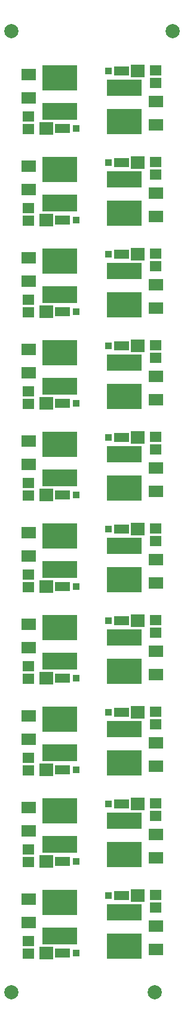
<source format=gbr>
G04 start of page 6 for group -4063 idx -4063 *
G04 Title: (unknown), componentmask *
G04 Creator: pcb 4.0.2 *
G04 CreationDate: Fri Feb  3 04:46:59 2023 UTC *
G04 For: ndholmes *
G04 Format: Gerber/RS-274X *
G04 PCB-Dimensions (mil): 1620.00 5800.00 *
G04 PCB-Coordinate-Origin: lower left *
%MOIN*%
%FSLAX25Y25*%
%LNTOPMASK*%
%ADD21C,0.0787*%
%ADD20C,0.0001*%
G54D20*G36*
X53251Y364501D02*Y355239D01*
X72749D01*
Y364501D01*
X53251D01*
G37*
G36*
Y355239D01*
X72749D01*
Y364501D01*
X53251D01*
G37*
G36*
X42248Y360102D02*Y354384D01*
X48752D01*
Y360102D01*
X42248D01*
G37*
G36*
X41450Y383550D02*Y377450D01*
X49550D01*
Y383550D01*
X41450D01*
G37*
G36*
Y370550D02*Y364450D01*
X49550D01*
Y370550D01*
X41450D01*
G37*
G36*
X42248Y353016D02*Y347298D01*
X48752D01*
Y353016D01*
X42248D01*
G37*
G36*
X70125Y352375D02*Y348625D01*
X73875D01*
Y352375D01*
X70125D01*
G37*
G36*
X60283Y352965D02*Y348035D01*
X68757D01*
Y352965D01*
X60283D01*
G37*
G36*
X51600Y353900D02*Y347100D01*
X59400D01*
Y353900D01*
X51600D01*
G37*
G36*
X53251Y334761D02*Y320775D01*
X72749D01*
Y334761D01*
X53251D01*
G37*
G36*
Y320775D01*
X72749D01*
Y334761D01*
X53251D01*
G37*
G36*
Y313501D02*Y304239D01*
X72749D01*
Y313501D01*
X53251D01*
G37*
G36*
Y304239D01*
X72749D01*
Y313501D01*
X53251D01*
G37*
G36*
X42248Y309102D02*Y303384D01*
X48752D01*
Y309102D01*
X42248D01*
G37*
G36*
Y302016D02*Y296298D01*
X48752D01*
Y302016D01*
X42248D01*
G37*
G36*
X41450Y332550D02*Y326450D01*
X49550D01*
Y332550D01*
X41450D01*
G37*
G36*
Y319550D02*Y313450D01*
X49550D01*
Y319550D01*
X41450D01*
G37*
G36*
X70125Y301375D02*Y297625D01*
X73875D01*
Y301375D01*
X70125D01*
G37*
G36*
X60283Y301965D02*Y297035D01*
X68757D01*
Y301965D01*
X60283D01*
G37*
G36*
X51600Y302900D02*Y296100D01*
X59400D01*
Y302900D01*
X51600D01*
G37*
G36*
X53251Y262501D02*Y253239D01*
X72749D01*
Y262501D01*
X53251D01*
G37*
G36*
Y253239D01*
X72749D01*
Y262501D01*
X53251D01*
G37*
G36*
Y283761D02*Y269775D01*
X72749D01*
Y283761D01*
X53251D01*
G37*
G36*
Y269775D01*
X72749D01*
Y283761D01*
X53251D01*
G37*
G36*
X42248Y258102D02*Y252384D01*
X48752D01*
Y258102D01*
X42248D01*
G37*
G36*
Y251016D02*Y245298D01*
X48752D01*
Y251016D01*
X42248D01*
G37*
G36*
X41450Y281550D02*Y275450D01*
X49550D01*
Y281550D01*
X41450D01*
G37*
G36*
Y268550D02*Y262450D01*
X49550D01*
Y268550D01*
X41450D01*
G37*
G36*
X60283Y250965D02*Y246035D01*
X68757D01*
Y250965D01*
X60283D01*
G37*
G36*
X51600Y251900D02*Y245100D01*
X59400D01*
Y251900D01*
X51600D01*
G37*
G36*
X53251Y487761D02*Y473775D01*
X72749D01*
Y487761D01*
X53251D01*
G37*
G36*
Y473775D01*
X72749D01*
Y487761D01*
X53251D01*
G37*
G36*
Y466501D02*Y457239D01*
X72749D01*
Y466501D01*
X53251D01*
G37*
G36*
Y457239D01*
X72749D01*
Y466501D01*
X53251D01*
G37*
G36*
X42248Y462102D02*Y456384D01*
X48752D01*
Y462102D01*
X42248D01*
G37*
G36*
X41450Y485550D02*Y479450D01*
X49550D01*
Y485550D01*
X41450D01*
G37*
G36*
Y472550D02*Y466450D01*
X49550D01*
Y472550D01*
X41450D01*
G37*
G36*
X53251Y517501D02*Y508239D01*
X72749D01*
Y517501D01*
X53251D01*
G37*
G36*
Y508239D01*
X72749D01*
Y517501D01*
X53251D01*
G37*
G36*
Y538761D02*Y524775D01*
X72749D01*
Y538761D01*
X53251D01*
G37*
G36*
Y524775D01*
X72749D01*
Y538761D01*
X53251D01*
G37*
G36*
X42248Y513102D02*Y507384D01*
X48752D01*
Y513102D01*
X42248D01*
G37*
G36*
Y506016D02*Y500298D01*
X48752D01*
Y506016D01*
X42248D01*
G37*
G36*
X70125Y505375D02*Y501625D01*
X73875D01*
Y505375D01*
X70125D01*
G37*
G36*
X60283Y505965D02*Y501035D01*
X68757D01*
Y505965D01*
X60283D01*
G37*
G36*
X51600Y506900D02*Y500100D01*
X59400D01*
Y506900D01*
X51600D01*
G37*
G36*
X41450Y536550D02*Y530450D01*
X49550D01*
Y536550D01*
X41450D01*
G37*
G36*
Y523550D02*Y517450D01*
X49550D01*
Y523550D01*
X41450D01*
G37*
G54D21*X36000Y557500D03*
G54D20*G36*
X42248Y455016D02*Y449298D01*
X48752D01*
Y455016D01*
X42248D01*
G37*
G36*
X70125Y454375D02*Y450625D01*
X73875D01*
Y454375D01*
X70125D01*
G37*
G36*
X60283Y454965D02*Y450035D01*
X68757D01*
Y454965D01*
X60283D01*
G37*
G36*
X51600Y455900D02*Y449100D01*
X59400D01*
Y455900D01*
X51600D01*
G37*
G36*
X53251Y436761D02*Y422775D01*
X72749D01*
Y436761D01*
X53251D01*
G37*
G36*
Y422775D01*
X72749D01*
Y436761D01*
X53251D01*
G37*
G36*
X42248Y411102D02*Y405384D01*
X48752D01*
Y411102D01*
X42248D01*
G37*
G36*
X41450Y434550D02*Y428450D01*
X49550D01*
Y434550D01*
X41450D01*
G37*
G36*
Y421550D02*Y415450D01*
X49550D01*
Y421550D01*
X41450D01*
G37*
G36*
X53251Y415501D02*Y406239D01*
X72749D01*
Y415501D01*
X53251D01*
G37*
G36*
Y406239D01*
X72749D01*
Y415501D01*
X53251D01*
G37*
G36*
X42248Y404016D02*Y398298D01*
X48752D01*
Y404016D01*
X42248D01*
G37*
G36*
X70125Y403375D02*Y399625D01*
X73875D01*
Y403375D01*
X70125D01*
G37*
G36*
X60283Y403965D02*Y399035D01*
X68757D01*
Y403965D01*
X60283D01*
G37*
G36*
X51600Y404900D02*Y398100D01*
X59400D01*
Y404900D01*
X51600D01*
G37*
G36*
X53251Y385761D02*Y371775D01*
X72749D01*
Y385761D01*
X53251D01*
G37*
G36*
Y371775D01*
X72749D01*
Y385761D01*
X53251D01*
G37*
G36*
X70125Y250375D02*Y246625D01*
X73875D01*
Y250375D01*
X70125D01*
G37*
G36*
X53251Y232761D02*Y218775D01*
X72749D01*
Y232761D01*
X53251D01*
G37*
G36*
Y218775D01*
X72749D01*
Y232761D01*
X53251D01*
G37*
G36*
Y211501D02*Y202239D01*
X72749D01*
Y211501D01*
X53251D01*
G37*
G36*
Y202239D01*
X72749D01*
Y211501D01*
X53251D01*
G37*
G36*
X42248Y207102D02*Y201384D01*
X48752D01*
Y207102D01*
X42248D01*
G37*
G36*
X41450Y230550D02*Y224450D01*
X49550D01*
Y230550D01*
X41450D01*
G37*
G36*
Y217550D02*Y211450D01*
X49550D01*
Y217550D01*
X41450D01*
G37*
G36*
X42248Y200016D02*Y194298D01*
X48752D01*
Y200016D01*
X42248D01*
G37*
G36*
X70125Y199375D02*Y195625D01*
X73875D01*
Y199375D01*
X70125D01*
G37*
G36*
X60283Y199965D02*Y195035D01*
X68757D01*
Y199965D01*
X60283D01*
G37*
G36*
X51600Y200900D02*Y194100D01*
X59400D01*
Y200900D01*
X51600D01*
G37*
G36*
X53251Y181761D02*Y167775D01*
X72749D01*
Y181761D01*
X53251D01*
G37*
G36*
Y167775D01*
X72749D01*
Y181761D01*
X53251D01*
G37*
G36*
X42248Y156102D02*Y150384D01*
X48752D01*
Y156102D01*
X42248D01*
G37*
G36*
X41450Y179550D02*Y173450D01*
X49550D01*
Y179550D01*
X41450D01*
G37*
G36*
Y166550D02*Y160450D01*
X49550D01*
Y166550D01*
X41450D01*
G37*
G36*
X53251Y160501D02*Y151239D01*
X72749D01*
Y160501D01*
X53251D01*
G37*
G36*
Y151239D01*
X72749D01*
Y160501D01*
X53251D01*
G37*
G36*
X42248Y149016D02*Y143298D01*
X48752D01*
Y149016D01*
X42248D01*
G37*
G36*
X70125Y148375D02*Y144625D01*
X73875D01*
Y148375D01*
X70125D01*
G37*
G36*
X60283Y148965D02*Y144035D01*
X68757D01*
Y148965D01*
X60283D01*
G37*
G36*
X51600Y149900D02*Y143100D01*
X59400D01*
Y149900D01*
X51600D01*
G37*
G36*
X53251Y130761D02*Y116775D01*
X72749D01*
Y130761D01*
X53251D01*
G37*
G36*
Y116775D01*
X72749D01*
Y130761D01*
X53251D01*
G37*
G36*
Y109501D02*Y100239D01*
X72749D01*
Y109501D01*
X53251D01*
G37*
G36*
Y100239D01*
X72749D01*
Y109501D01*
X53251D01*
G37*
G36*
X42248Y105102D02*Y99384D01*
X48752D01*
Y105102D01*
X42248D01*
G37*
G36*
X41450Y128550D02*Y122450D01*
X49550D01*
Y128550D01*
X41450D01*
G37*
G36*
Y115550D02*Y109450D01*
X49550D01*
Y115550D01*
X41450D01*
G37*
G36*
X42248Y98016D02*Y92298D01*
X48752D01*
Y98016D01*
X42248D01*
G37*
G36*
X70125Y97375D02*Y93625D01*
X73875D01*
Y97375D01*
X70125D01*
G37*
G36*
X60283Y97965D02*Y93035D01*
X68757D01*
Y97965D01*
X60283D01*
G37*
G36*
X51600Y98900D02*Y92100D01*
X59400D01*
Y98900D01*
X51600D01*
G37*
G36*
X53251Y79761D02*Y65775D01*
X72749D01*
Y79761D01*
X53251D01*
G37*
G36*
Y65775D01*
X72749D01*
Y79761D01*
X53251D01*
G37*
G36*
Y58501D02*Y49239D01*
X72749D01*
Y58501D01*
X53251D01*
G37*
G36*
Y49239D01*
X72749D01*
Y58501D01*
X53251D01*
G37*
G36*
X42248Y54102D02*Y48384D01*
X48752D01*
Y54102D01*
X42248D01*
G37*
G36*
Y47016D02*Y41298D01*
X48752D01*
Y47016D01*
X42248D01*
G37*
G36*
X41450Y77550D02*Y71450D01*
X49550D01*
Y77550D01*
X41450D01*
G37*
G36*
Y64550D02*Y58450D01*
X49550D01*
Y64550D01*
X41450D01*
G37*
G36*
X70125Y46375D02*Y42625D01*
X73875D01*
Y46375D01*
X70125D01*
G37*
G36*
X60283Y46965D02*Y42035D01*
X68757D01*
Y46965D01*
X60283D01*
G37*
G36*
X51600Y47900D02*Y41100D01*
X59400D01*
Y47900D01*
X51600D01*
G37*
G54D21*X36000Y22500D03*
G54D20*G36*
X89251Y71761D02*Y62499D01*
X108749D01*
Y71761D01*
X89251D01*
G37*
G36*
Y62499D01*
X108749D01*
Y71761D01*
X89251D01*
G37*
G36*
Y55225D02*Y41239D01*
X108749D01*
Y55225D01*
X89251D01*
G37*
G36*
Y41239D01*
X108749D01*
Y55225D01*
X89251D01*
G37*
G36*
X113248Y72616D02*Y66898D01*
X119752D01*
Y72616D01*
X113248D01*
G37*
G36*
Y79702D02*Y73984D01*
X119752D01*
Y79702D01*
X113248D01*
G37*
G36*
X112450Y49550D02*Y43450D01*
X120550D01*
Y49550D01*
X112450D01*
G37*
G36*
Y62550D02*Y56450D01*
X120550D01*
Y62550D01*
X112450D01*
G37*
G54D21*X116000Y22500D03*
G54D20*G36*
X88125Y78375D02*Y74625D01*
X91875D01*
Y78375D01*
X88125D01*
G37*
G36*
X93243Y78965D02*Y74035D01*
X101717D01*
Y78965D01*
X93243D01*
G37*
G36*
X102600Y79900D02*Y73100D01*
X110400D01*
Y79900D01*
X102600D01*
G37*
G36*
X89251Y122761D02*Y113499D01*
X108749D01*
Y122761D01*
X89251D01*
G37*
G36*
Y113499D01*
X108749D01*
Y122761D01*
X89251D01*
G37*
G36*
Y106225D02*Y92239D01*
X108749D01*
Y106225D01*
X89251D01*
G37*
G36*
Y92239D01*
X108749D01*
Y106225D01*
X89251D01*
G37*
G36*
X113248Y123616D02*Y117898D01*
X119752D01*
Y123616D01*
X113248D01*
G37*
G36*
Y130702D02*Y124984D01*
X119752D01*
Y130702D01*
X113248D01*
G37*
G36*
X112450Y100550D02*Y94450D01*
X120550D01*
Y100550D01*
X112450D01*
G37*
G36*
Y113550D02*Y107450D01*
X120550D01*
Y113550D01*
X112450D01*
G37*
G36*
X88125Y129375D02*Y125625D01*
X91875D01*
Y129375D01*
X88125D01*
G37*
G36*
X93243Y129965D02*Y125035D01*
X101717D01*
Y129965D01*
X93243D01*
G37*
G36*
X102600Y130900D02*Y124100D01*
X110400D01*
Y130900D01*
X102600D01*
G37*
G36*
X89251Y173761D02*Y164499D01*
X108749D01*
Y173761D01*
X89251D01*
G37*
G36*
Y164499D01*
X108749D01*
Y173761D01*
X89251D01*
G37*
G36*
Y157225D02*Y143239D01*
X108749D01*
Y157225D01*
X89251D01*
G37*
G36*
Y143239D01*
X108749D01*
Y157225D01*
X89251D01*
G37*
G36*
X113248Y174616D02*Y168898D01*
X119752D01*
Y174616D01*
X113248D01*
G37*
G36*
Y181702D02*Y175984D01*
X119752D01*
Y181702D01*
X113248D01*
G37*
G36*
X112450Y151550D02*Y145450D01*
X120550D01*
Y151550D01*
X112450D01*
G37*
G36*
Y164550D02*Y158450D01*
X120550D01*
Y164550D01*
X112450D01*
G37*
G36*
X93243Y180965D02*Y176035D01*
X101717D01*
Y180965D01*
X93243D01*
G37*
G36*
X102600Y181900D02*Y175100D01*
X110400D01*
Y181900D01*
X102600D01*
G37*
G36*
X88125Y180375D02*Y176625D01*
X91875D01*
Y180375D01*
X88125D01*
G37*
G36*
X89251Y208225D02*Y194239D01*
X108749D01*
Y208225D01*
X89251D01*
G37*
G36*
Y194239D01*
X108749D01*
Y208225D01*
X89251D01*
G37*
G36*
Y224761D02*Y215499D01*
X108749D01*
Y224761D01*
X89251D01*
G37*
G36*
Y215499D01*
X108749D01*
Y224761D01*
X89251D01*
G37*
G36*
X113248Y225616D02*Y219898D01*
X119752D01*
Y225616D01*
X113248D01*
G37*
G36*
X112450Y202550D02*Y196450D01*
X120550D01*
Y202550D01*
X112450D01*
G37*
G36*
Y215550D02*Y209450D01*
X120550D01*
Y215550D01*
X112450D01*
G37*
G36*
X113248Y232702D02*Y226984D01*
X119752D01*
Y232702D01*
X113248D01*
G37*
G36*
X88125Y231375D02*Y227625D01*
X91875D01*
Y231375D01*
X88125D01*
G37*
G36*
X93243Y231965D02*Y227035D01*
X101717D01*
Y231965D01*
X93243D01*
G37*
G36*
X102600Y232900D02*Y226100D01*
X110400D01*
Y232900D01*
X102600D01*
G37*
G36*
X89251Y259225D02*Y245239D01*
X108749D01*
Y259225D01*
X89251D01*
G37*
G36*
Y245239D01*
X108749D01*
Y259225D01*
X89251D01*
G37*
G36*
X113248Y276616D02*Y270898D01*
X119752D01*
Y276616D01*
X113248D01*
G37*
G36*
X112450Y253550D02*Y247450D01*
X120550D01*
Y253550D01*
X112450D01*
G37*
G36*
Y266550D02*Y260450D01*
X120550D01*
Y266550D01*
X112450D01*
G37*
G36*
X89251Y275761D02*Y266499D01*
X108749D01*
Y275761D01*
X89251D01*
G37*
G36*
Y266499D01*
X108749D01*
Y275761D01*
X89251D01*
G37*
G36*
X113248Y283702D02*Y277984D01*
X119752D01*
Y283702D01*
X113248D01*
G37*
G36*
X88125Y282375D02*Y278625D01*
X91875D01*
Y282375D01*
X88125D01*
G37*
G36*
X93243Y282965D02*Y278035D01*
X101717D01*
Y282965D01*
X93243D01*
G37*
G36*
X102600Y283900D02*Y277100D01*
X110400D01*
Y283900D01*
X102600D01*
G37*
G36*
X89251Y310225D02*Y296239D01*
X108749D01*
Y310225D01*
X89251D01*
G37*
G36*
Y296239D01*
X108749D01*
Y310225D01*
X89251D01*
G37*
G36*
Y326761D02*Y317499D01*
X108749D01*
Y326761D01*
X89251D01*
G37*
G36*
Y317499D01*
X108749D01*
Y326761D01*
X89251D01*
G37*
G36*
X113248Y327616D02*Y321898D01*
X119752D01*
Y327616D01*
X113248D01*
G37*
G36*
X112450Y304550D02*Y298450D01*
X120550D01*
Y304550D01*
X112450D01*
G37*
G36*
Y317550D02*Y311450D01*
X120550D01*
Y317550D01*
X112450D01*
G37*
G36*
X113248Y334702D02*Y328984D01*
X119752D01*
Y334702D01*
X113248D01*
G37*
G36*
X88125Y333375D02*Y329625D01*
X91875D01*
Y333375D01*
X88125D01*
G37*
G36*
X93243Y333965D02*Y329035D01*
X101717D01*
Y333965D01*
X93243D01*
G37*
G36*
X102600Y334900D02*Y328100D01*
X110400D01*
Y334900D01*
X102600D01*
G37*
G36*
X89251Y361225D02*Y347239D01*
X108749D01*
Y361225D01*
X89251D01*
G37*
G36*
Y347239D01*
X108749D01*
Y361225D01*
X89251D01*
G37*
G36*
Y377761D02*Y368499D01*
X108749D01*
Y377761D01*
X89251D01*
G37*
G36*
Y368499D01*
X108749D01*
Y377761D01*
X89251D01*
G37*
G36*
X113248Y378616D02*Y372898D01*
X119752D01*
Y378616D01*
X113248D01*
G37*
G36*
Y385702D02*Y379984D01*
X119752D01*
Y385702D01*
X113248D01*
G37*
G36*
X112450Y355550D02*Y349450D01*
X120550D01*
Y355550D01*
X112450D01*
G37*
G36*
Y368550D02*Y362450D01*
X120550D01*
Y368550D01*
X112450D01*
G37*
G36*
X88125Y384375D02*Y380625D01*
X91875D01*
Y384375D01*
X88125D01*
G37*
G36*
X93243Y384965D02*Y380035D01*
X101717D01*
Y384965D01*
X93243D01*
G37*
G36*
X102600Y385900D02*Y379100D01*
X110400D01*
Y385900D01*
X102600D01*
G37*
G36*
X89251Y428761D02*Y419499D01*
X108749D01*
Y428761D01*
X89251D01*
G37*
G36*
Y419499D01*
X108749D01*
Y428761D01*
X89251D01*
G37*
G36*
Y412225D02*Y398239D01*
X108749D01*
Y412225D01*
X89251D01*
G37*
G36*
Y398239D01*
X108749D01*
Y412225D01*
X89251D01*
G37*
G36*
X113248Y429616D02*Y423898D01*
X119752D01*
Y429616D01*
X113248D01*
G37*
G36*
Y436702D02*Y430984D01*
X119752D01*
Y436702D01*
X113248D01*
G37*
G36*
X112450Y406550D02*Y400450D01*
X120550D01*
Y406550D01*
X112450D01*
G37*
G36*
Y419550D02*Y413450D01*
X120550D01*
Y419550D01*
X112450D01*
G37*
G36*
X93243Y435965D02*Y431035D01*
X101717D01*
Y435965D01*
X93243D01*
G37*
G36*
X102600Y436900D02*Y430100D01*
X110400D01*
Y436900D01*
X102600D01*
G37*
G36*
X88125Y435375D02*Y431625D01*
X91875D01*
Y435375D01*
X88125D01*
G37*
G36*
X89251Y463225D02*Y449239D01*
X108749D01*
Y463225D01*
X89251D01*
G37*
G36*
Y449239D01*
X108749D01*
Y463225D01*
X89251D01*
G37*
G36*
Y479761D02*Y470499D01*
X108749D01*
Y479761D01*
X89251D01*
G37*
G36*
Y470499D01*
X108749D01*
Y479761D01*
X89251D01*
G37*
G36*
X113248Y480616D02*Y474898D01*
X119752D01*
Y480616D01*
X113248D01*
G37*
G36*
X112450Y457550D02*Y451450D01*
X120550D01*
Y457550D01*
X112450D01*
G37*
G36*
Y470550D02*Y464450D01*
X120550D01*
Y470550D01*
X112450D01*
G37*
G36*
X113248Y487702D02*Y481984D01*
X119752D01*
Y487702D01*
X113248D01*
G37*
G36*
X88125Y486375D02*Y482625D01*
X91875D01*
Y486375D01*
X88125D01*
G37*
G36*
X93243Y486965D02*Y482035D01*
X101717D01*
Y486965D01*
X93243D01*
G37*
G36*
X102600Y487900D02*Y481100D01*
X110400D01*
Y487900D01*
X102600D01*
G37*
G36*
X89251Y514225D02*Y500239D01*
X108749D01*
Y514225D01*
X89251D01*
G37*
G36*
Y500239D01*
X108749D01*
Y514225D01*
X89251D01*
G37*
G36*
Y530761D02*Y521499D01*
X108749D01*
Y530761D01*
X89251D01*
G37*
G36*
Y521499D01*
X108749D01*
Y530761D01*
X89251D01*
G37*
G36*
X113248Y531616D02*Y525898D01*
X119752D01*
Y531616D01*
X113248D01*
G37*
G54D21*X126000Y557500D03*
G54D20*G36*
X113248Y538702D02*Y532984D01*
X119752D01*
Y538702D01*
X113248D01*
G37*
G36*
X88125Y537375D02*Y533625D01*
X91875D01*
Y537375D01*
X88125D01*
G37*
G36*
X93243Y537965D02*Y533035D01*
X101717D01*
Y537965D01*
X93243D01*
G37*
G36*
X102600Y538900D02*Y532100D01*
X110400D01*
Y538900D01*
X102600D01*
G37*
G36*
X112450Y508550D02*Y502450D01*
X120550D01*
Y508550D01*
X112450D01*
G37*
G36*
Y521550D02*Y515450D01*
X120550D01*
Y521550D01*
X112450D01*
G37*
M02*

</source>
